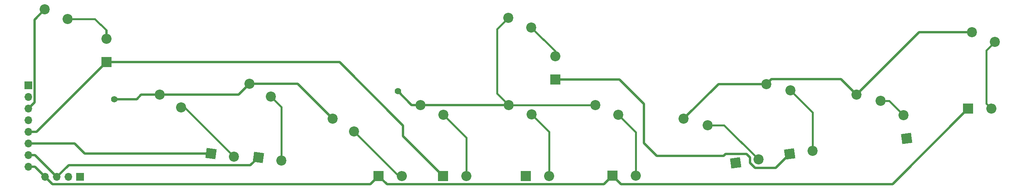
<source format=gbr>
%TF.GenerationSoftware,KiCad,Pcbnew,(7.0.0)*%
%TF.CreationDate,2023-05-23T21:59:03+07:00*%
%TF.ProjectId,top_keyboard_pcb,746f705f-6b65-4796-926f-6172645f7063,rev?*%
%TF.SameCoordinates,Original*%
%TF.FileFunction,Copper,L2,Bot*%
%TF.FilePolarity,Positive*%
%FSLAX46Y46*%
G04 Gerber Fmt 4.6, Leading zero omitted, Abs format (unit mm)*
G04 Created by KiCad (PCBNEW (7.0.0)) date 2023-05-23 21:59:03*
%MOMM*%
%LPD*%
G01*
G04 APERTURE LIST*
G04 Aperture macros list*
%AMHorizOval*
0 Thick line with rounded ends*
0 $1 width*
0 $2 $3 position (X,Y) of the first rounded end (center of the circle)*
0 $4 $5 position (X,Y) of the second rounded end (center of the circle)*
0 Add line between two ends*
20,1,$1,$2,$3,$4,$5,0*
0 Add two circle primitives to create the rounded ends*
1,1,$1,$2,$3*
1,1,$1,$4,$5*%
%AMRotRect*
0 Rectangle, with rotation*
0 The origin of the aperture is its center*
0 $1 length*
0 $2 width*
0 $3 Rotation angle, in degrees counterclockwise*
0 Add horizontal line*
21,1,$1,$2,0,0,$3*%
G04 Aperture macros list end*
%TA.AperFunction,ComponentPad*%
%ADD10C,2.200000*%
%TD*%
%TA.AperFunction,ComponentPad*%
%ADD11RotRect,2.200000X2.200000X8.000000*%
%TD*%
%TA.AperFunction,ComponentPad*%
%ADD12HorizOval,2.200000X0.000000X0.000000X0.000000X0.000000X0*%
%TD*%
%TA.AperFunction,ComponentPad*%
%ADD13R,2.200000X2.200000*%
%TD*%
%TA.AperFunction,ComponentPad*%
%ADD14O,2.200000X2.200000*%
%TD*%
%TA.AperFunction,ComponentPad*%
%ADD15RotRect,2.200000X2.200000X352.000000*%
%TD*%
%TA.AperFunction,ComponentPad*%
%ADD16HorizOval,2.200000X0.000000X0.000000X0.000000X0.000000X0*%
%TD*%
%TA.AperFunction,ComponentPad*%
%ADD17R,1.700000X1.700000*%
%TD*%
%TA.AperFunction,ComponentPad*%
%ADD18O,1.700000X1.700000*%
%TD*%
%TA.AperFunction,ComponentPad*%
%ADD19RotRect,2.200000X2.200000X98.000000*%
%TD*%
%TA.AperFunction,ComponentPad*%
%ADD20HorizOval,2.200000X0.000000X0.000000X0.000000X0.000000X0*%
%TD*%
%TA.AperFunction,ViaPad*%
%ADD21C,1.400000*%
%TD*%
%TA.AperFunction,Conductor*%
%ADD22C,0.400000*%
%TD*%
%TA.AperFunction,Conductor*%
%ADD23C,0.500000*%
%TD*%
G04 APERTURE END LIST*
D10*
%TO.P,SW12,1,A*%
%TO.N,Net-(J2-Pin_1)*%
X250318013Y-76855871D03*
%TO.P,SW12,2,B*%
%TO.N,Net-(D12-A)*%
X255318013Y-78955871D03*
%TD*%
%TO.P,SW11,1,A*%
%TO.N,Net-(J2-Pin_1)*%
X225222533Y-90455484D03*
%TO.P,SW11,2,B*%
%TO.N,Net-(D10-A)*%
X230466137Y-91839182D03*
%TD*%
%TO.P,SW10,1,A*%
%TO.N,Net-(J2-Pin_1)*%
X205606409Y-88136010D03*
%TO.P,SW10,2,B*%
%TO.N,Net-(D9-A)*%
X210850013Y-89519708D03*
%TD*%
%TO.P,SW9,1,A*%
%TO.N,Net-(J2-Pin_1)*%
X187547645Y-95724004D03*
%TO.P,SW9,2,B*%
%TO.N,Net-(D11-A)*%
X192791249Y-97107702D03*
%TD*%
%TO.P,SW8,1,A*%
%TO.N,Net-(J2-Pin_2)*%
X168349289Y-92732872D03*
%TO.P,SW8,2,B*%
%TO.N,Net-(D8-A)*%
X173349289Y-94832872D03*
%TD*%
%TO.P,SW7,1,A*%
%TO.N,Net-(J2-Pin_2)*%
X149440000Y-92710000D03*
%TO.P,SW7,2,B*%
%TO.N,Net-(D6-A)*%
X154440000Y-94810000D03*
%TD*%
%TO.P,SW6,1,A*%
%TO.N,Net-(J2-Pin_2)*%
X149337293Y-73675443D03*
%TO.P,SW6,2,B*%
%TO.N,Net-(D5-A)*%
X154337293Y-75775443D03*
%TD*%
%TO.P,SW5,1,A*%
%TO.N,Net-(J2-Pin_2)*%
X130234050Y-92720077D03*
%TO.P,SW5,2,B*%
%TO.N,Net-(D7-A)*%
X135234050Y-94820077D03*
%TD*%
%TO.P,SW4,1,A*%
%TO.N,Net-(J2-Pin_3)*%
X111061224Y-95712107D03*
%TO.P,SW4,2,B*%
%TO.N,Net-(D4-A)*%
X115720301Y-98487536D03*
%TD*%
%TO.P,SW3,1,A*%
%TO.N,Net-(J2-Pin_3)*%
X92969914Y-88102073D03*
%TO.P,SW3,2,B*%
%TO.N,Net-(D2-A)*%
X97628991Y-90877502D03*
%TD*%
%TO.P,SW2,1,A*%
%TO.N,Net-(J2-Pin_3)*%
X73386925Y-90487817D03*
%TO.P,SW2,2,B*%
%TO.N,Net-(D1-A)*%
X78046002Y-93263246D03*
%TD*%
%TO.P,SW1,1,A*%
%TO.N,Net-(J2-Pin_3)*%
X48358179Y-71845939D03*
%TO.P,SW1,2,B*%
%TO.N,Net-(D3-A)*%
X53358179Y-73945939D03*
%TD*%
D11*
%TO.P,D11,1,K*%
%TO.N,Net-(D11-K)*%
X198840935Y-105330895D03*
D12*
%TO.P,D11,2,A*%
%TO.N,Net-(D11-A)*%
X203871497Y-104623896D03*
%TD*%
D13*
%TO.P,D6,1,K*%
%TO.N,Net-(D10-K)*%
X153151709Y-108191406D03*
D14*
%TO.P,D6,2,A*%
%TO.N,Net-(D6-A)*%
X158231709Y-108191406D03*
%TD*%
D13*
%TO.P,D12,1,K*%
%TO.N,Net-(D12-K)*%
X249522182Y-93529999D03*
D14*
%TO.P,D12,2,A*%
%TO.N,Net-(D12-A)*%
X254602182Y-93529999D03*
%TD*%
D15*
%TO.P,D2,1,K*%
%TO.N,Net-(D10-K)*%
X94889932Y-104147272D03*
D16*
%TO.P,D2,2,A*%
%TO.N,Net-(D2-A)*%
X99920494Y-104854271D03*
%TD*%
D17*
%TO.P,J2,1,Pin_1*%
%TO.N,Net-(J2-Pin_1)*%
X44769930Y-88392111D03*
D18*
%TO.P,J2,2,Pin_2*%
%TO.N,Net-(J2-Pin_2)*%
X44769930Y-90932111D03*
%TO.P,J2,3,Pin_3*%
%TO.N,Net-(J2-Pin_3)*%
X44769930Y-93472111D03*
%TO.P,J2,4,Pin_4*%
%TO.N,Net-(J1-Pin_1)*%
X44769930Y-96012111D03*
%TO.P,J2,5,Pin_5*%
%TO.N,Net-(D11-K)*%
X44769930Y-98552111D03*
%TO.P,J2,6,Pin_6*%
%TO.N,Net-(D1-K)*%
X44769930Y-101092111D03*
%TO.P,J2,7,Pin_7*%
%TO.N,Net-(D10-K)*%
X44769930Y-103632111D03*
%TO.P,J2,8,Pin_8*%
%TO.N,Net-(D12-K)*%
X44769930Y-106172111D03*
%TD*%
D13*
%TO.P,D7,1,K*%
%TO.N,Net-(D11-K)*%
X135155534Y-108206133D03*
D14*
%TO.P,D7,2,A*%
%TO.N,Net-(D7-A)*%
X140235534Y-108206133D03*
%TD*%
D11*
%TO.P,D9,1,K*%
%TO.N,Net-(D1-K)*%
X210625696Y-103447326D03*
D12*
%TO.P,D9,2,A*%
%TO.N,Net-(D9-A)*%
X215656258Y-102740327D03*
%TD*%
D15*
%TO.P,D1,1,K*%
%TO.N,Net-(D1-K)*%
X84540934Y-103319103D03*
D16*
%TO.P,D1,2,A*%
%TO.N,Net-(D1-A)*%
X89571496Y-104026102D03*
%TD*%
D13*
%TO.P,D4,1,K*%
%TO.N,Net-(D12-K)*%
X121110802Y-108250313D03*
D14*
%TO.P,D4,2,A*%
%TO.N,Net-(D4-A)*%
X126190802Y-108250313D03*
%TD*%
D17*
%TO.P,J1,1,Pin_1*%
%TO.N,Net-(J1-Pin_1)*%
X56077011Y-108433431D03*
D18*
%TO.P,J1,2,Pin_2*%
%TO.N,Net-(D1-K)*%
X53537011Y-108433431D03*
%TO.P,J1,3,Pin_3*%
%TO.N,Net-(D10-K)*%
X50997011Y-108433431D03*
%TO.P,J1,4,Pin_4*%
%TO.N,Net-(D12-K)*%
X48457011Y-108433431D03*
%TD*%
D13*
%TO.P,D8,1,K*%
%TO.N,Net-(D12-K)*%
X172060946Y-108147226D03*
D14*
%TO.P,D8,2,A*%
%TO.N,Net-(D8-A)*%
X177140946Y-108147226D03*
%TD*%
D13*
%TO.P,D3,1,K*%
%TO.N,Net-(D11-K)*%
X61779999Y-83369999D03*
D14*
%TO.P,D3,2,A*%
%TO.N,Net-(D3-A)*%
X61779999Y-78289999D03*
%TD*%
D19*
%TO.P,D10,1,K*%
%TO.N,Net-(D10-K)*%
X236140895Y-99979064D03*
D20*
%TO.P,D10,2,A*%
%TO.N,Net-(D10-A)*%
X235433896Y-94948502D03*
%TD*%
D13*
%TO.P,D5,1,K*%
%TO.N,Net-(D1-K)*%
X159569999Y-87179999D03*
D14*
%TO.P,D5,2,A*%
%TO.N,Net-(D5-A)*%
X159569999Y-82099999D03*
%TD*%
D21*
%TO.N,Net-(J2-Pin_3)*%
X63500000Y-91440000D03*
%TO.N,Net-(J2-Pin_2)*%
X125280000Y-89720000D03*
%TD*%
D22*
%TO.N,Net-(D5-A)*%
X159570000Y-81008150D02*
X159570000Y-82100000D01*
X154337293Y-75775443D02*
X159570000Y-81008150D01*
D23*
%TO.N,Net-(J2-Pin_1)*%
X238822146Y-76855871D02*
X250318013Y-76855871D01*
X225222533Y-90455484D02*
X238822146Y-76855871D01*
X206706408Y-87036011D02*
X221803060Y-87036011D01*
X205606409Y-88136010D02*
X206706408Y-87036011D01*
X221803060Y-87036011D02*
X225222533Y-90455484D01*
X195135639Y-88136010D02*
X205606409Y-88136010D01*
X187547645Y-95724004D02*
X195135639Y-88136010D01*
D22*
%TO.N,Net-(D11-A)*%
X196355303Y-97107702D02*
X203871498Y-104623897D01*
X192791249Y-97107702D02*
X196355303Y-97107702D01*
%TO.N,Net-(D9-A)*%
X215656259Y-94325954D02*
X215656259Y-102740328D01*
X210850013Y-89519708D02*
X215656259Y-94325954D01*
%TO.N,Net-(D10-A)*%
X230466137Y-91839182D02*
X232324576Y-91839182D01*
X232324576Y-91839182D02*
X235433897Y-94948503D01*
%TO.N,Net-(D12-A)*%
X253502184Y-92430001D02*
X254602183Y-93530000D01*
X253502184Y-80771700D02*
X253502184Y-92430001D01*
X255318013Y-78955871D02*
X253502184Y-80771700D01*
%TO.N,Net-(D8-A)*%
X177140947Y-98624530D02*
X177140947Y-108147227D01*
X173349289Y-94832872D02*
X177140947Y-98624530D01*
%TO.N,Net-(D6-A)*%
X158231710Y-98601710D02*
X158231710Y-108191407D01*
X154440000Y-94810000D02*
X158231710Y-98601710D01*
%TO.N,Net-(D7-A)*%
X140235535Y-99821562D02*
X140235535Y-108206134D01*
X135234050Y-94820077D02*
X140235535Y-99821562D01*
%TO.N,Net-(J2-Pin_2)*%
X168326417Y-92710000D02*
X168349289Y-92732872D01*
X149440000Y-92710000D02*
X168326417Y-92710000D01*
X146912293Y-76100443D02*
X149337293Y-73675443D01*
X146912293Y-90182293D02*
X146912293Y-76100443D01*
X149440000Y-92710000D02*
X146912293Y-90182293D01*
D23*
X130234050Y-92720077D02*
X149429923Y-92720077D01*
X128280077Y-92720077D02*
X130234050Y-92720077D01*
X125280000Y-89720000D02*
X128280077Y-92720077D01*
D22*
%TO.N,Net-(D4-A)*%
X125483079Y-108250314D02*
X126190803Y-108250314D01*
X115720301Y-98487536D02*
X125483079Y-108250314D01*
%TO.N,Net-(D2-A)*%
X99920495Y-93169006D02*
X99920495Y-104854272D01*
X97628991Y-90877502D02*
X99920495Y-93169006D01*
D23*
%TO.N,Net-(J2-Pin_3)*%
X103451190Y-88102073D02*
X111061224Y-95712107D01*
X92969914Y-88102073D02*
X103451190Y-88102073D01*
X90584170Y-90487817D02*
X92969914Y-88102073D01*
X73386925Y-90487817D02*
X90584170Y-90487817D01*
D22*
%TO.N,Net-(D1-A)*%
X78808640Y-93263246D02*
X78046002Y-93263246D01*
X89571497Y-104026103D02*
X78808640Y-93263246D01*
D23*
%TO.N,Net-(J2-Pin_3)*%
X73386925Y-90487817D02*
X69348772Y-90487817D01*
X69348772Y-90487817D02*
X68396589Y-91440000D01*
D22*
%TO.N,Net-(D3-A)*%
X59299746Y-73945939D02*
X61780000Y-76426193D01*
X53358179Y-73945939D02*
X59299746Y-73945939D01*
D23*
%TO.N,Net-(J2-Pin_3)*%
X46122392Y-74081726D02*
X48358179Y-71845939D01*
X46122392Y-92119651D02*
X46122392Y-74081726D01*
%TO.N,Net-(D1-K)*%
X54843904Y-101092112D02*
X44769931Y-101092112D01*
X57070896Y-103319104D02*
X54843904Y-101092112D01*
X207599127Y-106473897D02*
X203105202Y-106473897D01*
X201280714Y-103447327D02*
X196642673Y-103447327D01*
X202021498Y-105390193D02*
X202021498Y-104188111D01*
X181699299Y-103818320D02*
X178874289Y-100993310D01*
X84540935Y-103319104D02*
X57070896Y-103319104D01*
X210625697Y-103447327D02*
X207599127Y-106473897D01*
X173540000Y-87180000D02*
X159570000Y-87180000D01*
X178874289Y-92514289D02*
X173540000Y-87180000D01*
X203105202Y-106473897D02*
X202021498Y-105390193D01*
X196642673Y-103447327D02*
X196271680Y-103818320D01*
X196271680Y-103818320D02*
X181699299Y-103818320D01*
X178874289Y-100993310D02*
X178874289Y-92514289D01*
X202021498Y-104188111D02*
X201280714Y-103447327D01*
%TO.N,Net-(D10-K)*%
X50997012Y-108433432D02*
X53554341Y-105876103D01*
X94889933Y-104147273D02*
X93161103Y-105876103D01*
X44769931Y-103632112D02*
X46195692Y-103632112D01*
X93161103Y-105876103D02*
X53554341Y-105876103D01*
X46195692Y-103632112D02*
X50997012Y-108433432D01*
%TO.N,Net-(D11-K)*%
X135155535Y-108206134D02*
X126434050Y-99484649D01*
X44769931Y-98552112D02*
X46597888Y-98552112D01*
X46597888Y-98552112D02*
X61780000Y-83370000D01*
X126434050Y-97224050D02*
X112580000Y-83370000D01*
X126434050Y-99484649D02*
X126434050Y-97224050D01*
X112580000Y-83370000D02*
X61780000Y-83370000D01*
%TO.N,Net-(D3-A)*%
X61780000Y-76426193D02*
X61780000Y-78290000D01*
%TO.N,Net-(D12-K)*%
X44769931Y-106172112D02*
X46195692Y-106172112D01*
X50057012Y-110033432D02*
X119327685Y-110033432D01*
X233054956Y-109997227D02*
X173910947Y-109997227D01*
X172060947Y-108147227D02*
X170168174Y-110040000D01*
X119327685Y-110033432D02*
X121110803Y-108250314D01*
X173910947Y-109997227D02*
X172060947Y-108147227D01*
X46195692Y-106172112D02*
X48457012Y-108433432D01*
X122900489Y-110040000D02*
X121110803Y-108250314D01*
X48457012Y-108433432D02*
X50057012Y-110033432D01*
X249522183Y-93530000D02*
X233054956Y-109997227D01*
X170168174Y-110040000D02*
X122900489Y-110040000D01*
%TO.N,Net-(J2-Pin_3)*%
X63500000Y-91440000D02*
X68396589Y-91440000D01*
X46122392Y-92119651D02*
X44769931Y-93472112D01*
%TD*%
M02*

</source>
